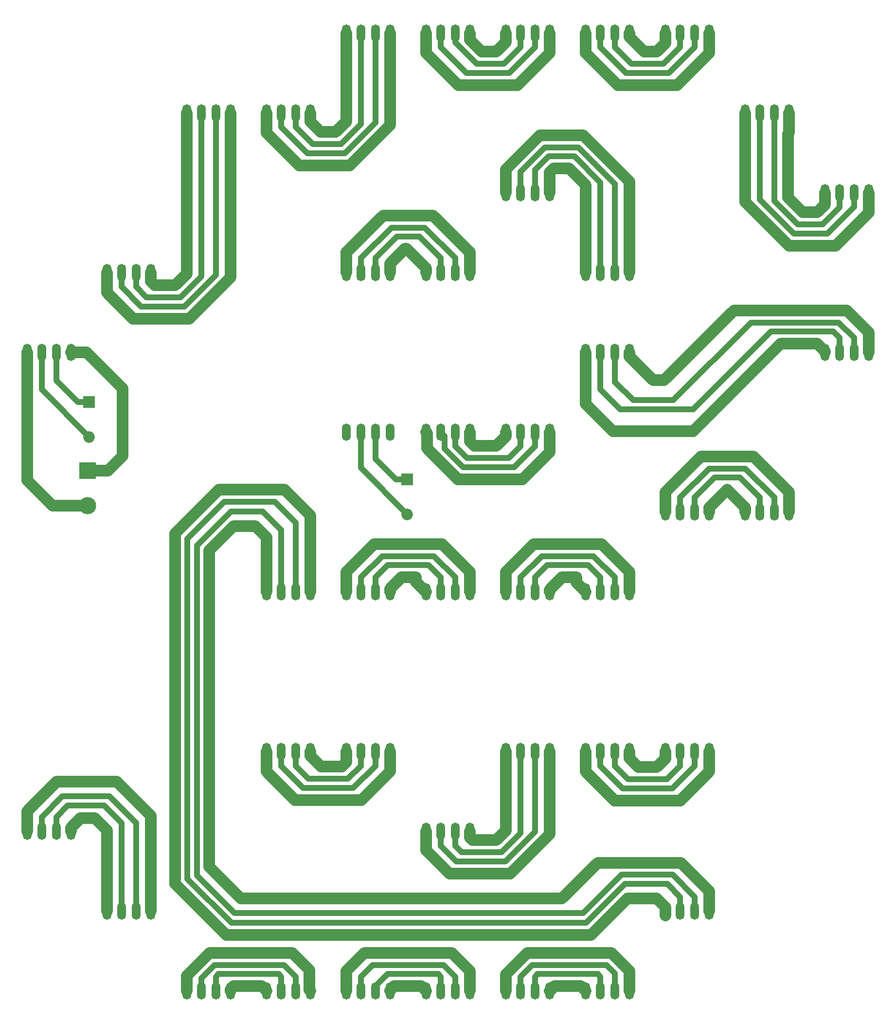
<source format=gbr>
G04 #@! TF.FileFunction,Copper,L2,Bot,Signal*
%FSLAX46Y46*%
G04 Gerber Fmt 4.6, Leading zero omitted, Abs format (unit mm)*
G04 Created by KiCad (PCBNEW 4.0.6) date Mon Jul 10 19:20:19 2017*
%MOMM*%
%LPD*%
G01*
G04 APERTURE LIST*
%ADD10C,0.100000*%
%ADD11O,1.524000X3.000000*%
%ADD12R,2.000000X2.000000*%
%ADD13O,2.000000X2.000000*%
%ADD14R,3.000000X3.000000*%
%ADD15O,3.000000X3.000000*%
%ADD16C,2.000000*%
%ADD17C,1.000000*%
G04 APERTURE END LIST*
D10*
D11*
X68014400Y-63961100D03*
X65474400Y-63961100D03*
X62934400Y-63961100D03*
X60394400Y-63961100D03*
X68014400Y-216738900D03*
X65474400Y-216738900D03*
X62934400Y-216738900D03*
X60394400Y-216738900D03*
X40236700Y-105627700D03*
X37696700Y-105627700D03*
X35156700Y-105627700D03*
X32616700Y-105627700D03*
X40236700Y-188961100D03*
X37696700Y-188961100D03*
X35156700Y-188961100D03*
X32616700Y-188961100D03*
X46505600Y-202850000D03*
X49045600Y-202850000D03*
X51585600Y-202850000D03*
X54125600Y-202850000D03*
X46505600Y-91738800D03*
X49045600Y-91738800D03*
X51585600Y-91738800D03*
X54125600Y-91738800D03*
X74283300Y-147294500D03*
X76823300Y-147294500D03*
X79363300Y-147294500D03*
X81903300Y-147294500D03*
X74283300Y-63961100D03*
X76823300Y-63961100D03*
X79363300Y-63961100D03*
X81903300Y-63961100D03*
X74283300Y-216738900D03*
X76823300Y-216738900D03*
X79363300Y-216738900D03*
X81903300Y-216738900D03*
X74283300Y-175072300D03*
X76823300Y-175072300D03*
X79363300Y-175072300D03*
X81903300Y-175072300D03*
X95792200Y-50072300D03*
X93252200Y-50072300D03*
X90712200Y-50072300D03*
X88172200Y-50072300D03*
X95792200Y-91738900D03*
X93252200Y-91738900D03*
X90712200Y-91738900D03*
X88172200Y-91738900D03*
X88172200Y-147294500D03*
X90712200Y-147294500D03*
X93252200Y-147294500D03*
X95792200Y-147294500D03*
X88172200Y-119516700D03*
X90712200Y-119516700D03*
X93252200Y-119516700D03*
X95792200Y-119516700D03*
X95792200Y-175072300D03*
X93252200Y-175072300D03*
X90712200Y-175072300D03*
X88172200Y-175072300D03*
X95792200Y-216738900D03*
X93252200Y-216738900D03*
X90712200Y-216738900D03*
X88172200Y-216738900D03*
X102061100Y-91738900D03*
X104601100Y-91738900D03*
X107141100Y-91738900D03*
X109681100Y-91738900D03*
X102061100Y-50072300D03*
X104601100Y-50072300D03*
X107141100Y-50072300D03*
X109681100Y-50072300D03*
X109681100Y-119516700D03*
X107141100Y-119516700D03*
X104601100Y-119516700D03*
X102061100Y-119516700D03*
X109681100Y-147294500D03*
X107141100Y-147294500D03*
X104601100Y-147294500D03*
X102061100Y-147294500D03*
X102061100Y-216738900D03*
X104601100Y-216738900D03*
X107141100Y-216738900D03*
X109681100Y-216738900D03*
X102061100Y-188961100D03*
X104601100Y-188961100D03*
X107141100Y-188961100D03*
X109681100Y-188961100D03*
X123570000Y-50072200D03*
X121030000Y-50072200D03*
X118490000Y-50072200D03*
X115950000Y-50072200D03*
X123570000Y-77850000D03*
X121030000Y-77850000D03*
X118490000Y-77850000D03*
X115950000Y-77850000D03*
X115950000Y-147294500D03*
X118490000Y-147294500D03*
X121030000Y-147294500D03*
X123570000Y-147294500D03*
X115950000Y-119516700D03*
X118490000Y-119516700D03*
X121030000Y-119516700D03*
X123570000Y-119516700D03*
X123570000Y-175072300D03*
X121030000Y-175072300D03*
X118490000Y-175072300D03*
X115950000Y-175072300D03*
X123570000Y-216738900D03*
X121030000Y-216738900D03*
X118490000Y-216738900D03*
X115950000Y-216738900D03*
X129838900Y-91738900D03*
X132378900Y-91738900D03*
X134918900Y-91738900D03*
X137458900Y-91738900D03*
X129838900Y-50072300D03*
X132378900Y-50072300D03*
X134918900Y-50072300D03*
X137458900Y-50072300D03*
X137458900Y-105627800D03*
X134918900Y-105627800D03*
X132378900Y-105627800D03*
X129838900Y-105627800D03*
X137458900Y-147294400D03*
X134918900Y-147294400D03*
X132378900Y-147294400D03*
X129838900Y-147294400D03*
X129838900Y-216738900D03*
X132378900Y-216738900D03*
X134918900Y-216738900D03*
X137458900Y-216738900D03*
X129838900Y-175072300D03*
X132378900Y-175072300D03*
X134918900Y-175072300D03*
X137458900Y-175072300D03*
X151347800Y-50072200D03*
X148807800Y-50072200D03*
X146267800Y-50072200D03*
X143727800Y-50072200D03*
X151347800Y-133405600D03*
X148807800Y-133405600D03*
X146267800Y-133405600D03*
X143727800Y-133405600D03*
X151347800Y-175072200D03*
X148807800Y-175072200D03*
X146267800Y-175072200D03*
X143727800Y-175072200D03*
X151347800Y-202850000D03*
X148807800Y-202850000D03*
X146267800Y-202850000D03*
X143727800Y-202850000D03*
X157616700Y-133405500D03*
X160156700Y-133405500D03*
X162696700Y-133405500D03*
X165236700Y-133405500D03*
X157616700Y-63961100D03*
X160156700Y-63961100D03*
X162696700Y-63961100D03*
X165236700Y-63961100D03*
X179125600Y-77850000D03*
X176585600Y-77850000D03*
X174045600Y-77850000D03*
X171505600Y-77850000D03*
X179125600Y-105627800D03*
X176585600Y-105627800D03*
X174045600Y-105627800D03*
X171505600Y-105627800D03*
D12*
X98806000Y-127762000D03*
D13*
X98806000Y-133794000D03*
D12*
X43434000Y-114300000D03*
D13*
X43434000Y-120332000D03*
D14*
X43180000Y-126238000D03*
D15*
X43180000Y-132270000D03*
D16*
X32616700Y-105627700D02*
X32616700Y-127866700D01*
X32616700Y-127866700D02*
X37020000Y-132270000D01*
X37020000Y-132270000D02*
X43180000Y-132270000D01*
X40236700Y-105627700D02*
X42998700Y-105627700D01*
X42998700Y-105627700D02*
X49276000Y-111905000D01*
X49276000Y-111905000D02*
X49276000Y-123642000D01*
X49276000Y-123642000D02*
X46680000Y-126238000D01*
X46680000Y-126238000D02*
X43180000Y-126238000D01*
D17*
X43434000Y-114300000D02*
X41434000Y-114300000D01*
X41434000Y-114300000D02*
X37696700Y-110562700D01*
X37696700Y-110562700D02*
X37696700Y-108127700D01*
X37696700Y-108127700D02*
X37696700Y-105627700D01*
X35156700Y-105627700D02*
X35156700Y-112054700D01*
X35156700Y-112054700D02*
X43434000Y-120332000D01*
X93252200Y-119516700D02*
X93252200Y-124208200D01*
X93252200Y-124208200D02*
X96806000Y-127762000D01*
X96806000Y-127762000D02*
X98806000Y-127762000D01*
X90712200Y-119516700D02*
X90712200Y-125700200D01*
X90712200Y-125700200D02*
X98806000Y-133794000D01*
D16*
X44450000Y-186690000D02*
X46505600Y-188745600D01*
X46505600Y-188745600D02*
X46505600Y-202850000D01*
X41910000Y-186690000D02*
X44450000Y-186690000D01*
X40236700Y-188363300D02*
X41910000Y-186690000D01*
X40236700Y-188961100D02*
X40236700Y-188363300D01*
D17*
X49045600Y-200350000D02*
X49045600Y-202850000D01*
X46050011Y-184480011D02*
X49045600Y-187475600D01*
X49045600Y-187475600D02*
X49045600Y-200350000D01*
X37696700Y-186461100D02*
X39677789Y-184480011D01*
X37696700Y-188961100D02*
X37696700Y-186461100D01*
X39677789Y-184480011D02*
X46050011Y-184480011D01*
X46990000Y-182880000D02*
X51585600Y-187475600D01*
X51585600Y-187475600D02*
X51585600Y-202850000D01*
X38737800Y-182880000D02*
X46990000Y-182880000D01*
X35156700Y-188961100D02*
X35156700Y-186461100D01*
X35156700Y-186461100D02*
X38737800Y-182880000D01*
D16*
X48260000Y-180340000D02*
X54125600Y-186205600D01*
X54125600Y-186205600D02*
X54125600Y-202850000D01*
X37737800Y-180340000D02*
X48260000Y-180340000D01*
X32616700Y-188961100D02*
X32616700Y-185461100D01*
X32616700Y-185461100D02*
X37737800Y-180340000D01*
X68014400Y-63961100D02*
X68014400Y-92588079D01*
X68014400Y-92588079D02*
X60822451Y-99780028D01*
X60822451Y-99780028D02*
X51046828Y-99780028D01*
X51046828Y-99780028D02*
X46505600Y-95238800D01*
X46505600Y-95238800D02*
X46505600Y-91738800D01*
D17*
X59952598Y-97680019D02*
X52486819Y-97680019D01*
X52486819Y-97680019D02*
X49045600Y-94238800D01*
X49045600Y-94238800D02*
X49045600Y-91738800D01*
X65474400Y-63961100D02*
X65474400Y-92158217D01*
X65474400Y-92158217D02*
X59952598Y-97680019D01*
X62934400Y-63961100D02*
X62934400Y-92435462D01*
X62934400Y-92435462D02*
X59289853Y-96080009D01*
X59289853Y-96080009D02*
X53426809Y-96080009D01*
X53426809Y-96080009D02*
X51585600Y-94238800D01*
X51585600Y-94238800D02*
X51585600Y-91738800D01*
D16*
X54125600Y-91738800D02*
X54125600Y-93277186D01*
X54125600Y-93277186D02*
X54828414Y-93980000D01*
X54828414Y-93980000D02*
X58420000Y-93980000D01*
X58420000Y-93980000D02*
X60394400Y-92005600D01*
X60394400Y-92005600D02*
X60394400Y-63961100D01*
X68014400Y-216738900D02*
X68014400Y-216465600D01*
X68014400Y-216465600D02*
X68580000Y-215900000D01*
X68580000Y-215900000D02*
X73444400Y-215900000D01*
X73444400Y-215900000D02*
X74283300Y-216738900D01*
D17*
X65474400Y-216738900D02*
X65474400Y-214238900D01*
X65474400Y-214238900D02*
X65913310Y-213799990D01*
X65913310Y-213799990D02*
X76384390Y-213799990D01*
X76384390Y-213799990D02*
X76823300Y-214238900D01*
X76823300Y-214238900D02*
X76823300Y-216738900D01*
X62934400Y-216738900D02*
X62934400Y-214516145D01*
X62934400Y-214516145D02*
X65250565Y-212199980D01*
X65250565Y-212199980D02*
X77324380Y-212199980D01*
X77324380Y-212199980D02*
X79363300Y-214238900D01*
X79363300Y-214238900D02*
X79363300Y-216738900D01*
D16*
X60394400Y-216738900D02*
X60394400Y-214086283D01*
X81725310Y-213060910D02*
X81725310Y-216560910D01*
X60394400Y-214086283D02*
X64380712Y-210099971D01*
X64380712Y-210099971D02*
X78764371Y-210099971D01*
X78764371Y-210099971D02*
X81725310Y-213060910D01*
X81725310Y-216560910D02*
X81903300Y-216738900D01*
X74283300Y-147294500D02*
X74283300Y-137783300D01*
X72390000Y-135890000D02*
X68580000Y-135890000D01*
X74283300Y-137783300D02*
X72390000Y-135890000D01*
X64330010Y-140139990D02*
X64330010Y-195140010D01*
X68580000Y-135890000D02*
X64330010Y-140139990D01*
X64330010Y-195140010D02*
X69850000Y-200660000D01*
X131970020Y-194419980D02*
X146417780Y-194419980D01*
X69850000Y-200660000D02*
X125730000Y-200660000D01*
X125730000Y-200660000D02*
X131970020Y-194419980D01*
X146417780Y-194419980D02*
X151347800Y-199350000D01*
X151347800Y-199350000D02*
X151347800Y-202850000D01*
D17*
X148807800Y-202850000D02*
X148807800Y-200350000D01*
X62230000Y-196697384D02*
X62230000Y-139270138D01*
X148807800Y-200350000D02*
X144977790Y-196519990D01*
X144977790Y-196519990D02*
X136067393Y-196519990D01*
X136067393Y-196519990D02*
X129387383Y-203200000D01*
X68732616Y-203200000D02*
X62230000Y-196697384D01*
X129387383Y-203200000D02*
X68732616Y-203200000D01*
X62230000Y-139270138D02*
X68150138Y-133350000D01*
X68150138Y-133350000D02*
X73660000Y-133350000D01*
X73660000Y-133350000D02*
X76823300Y-136513300D01*
X76823300Y-136513300D02*
X76823300Y-147294500D01*
X68580000Y-131640010D02*
X66909852Y-131640010D01*
X66909852Y-131640010D02*
X60520010Y-138029852D01*
X60520010Y-197250148D02*
X68179852Y-204909990D01*
X60520010Y-138029852D02*
X60520010Y-197250148D01*
X136730138Y-198120000D02*
X144037800Y-198120000D01*
X68179852Y-204909990D02*
X129940148Y-204909990D01*
X129940148Y-204909990D02*
X136730138Y-198120000D01*
X144037800Y-198120000D02*
X146267800Y-200350000D01*
X146267800Y-200350000D02*
X146267800Y-202850000D01*
X67749990Y-131640010D02*
X68580000Y-131640010D01*
X68580000Y-131640010D02*
X75760010Y-131640010D01*
X79363300Y-135243300D02*
X79363300Y-144794500D01*
X75760010Y-131640010D02*
X79363300Y-135243300D01*
X79363300Y-144794500D02*
X79363300Y-147294500D01*
D16*
X143727800Y-202850000D02*
X143727800Y-202147800D01*
X143727800Y-202147800D02*
X142240000Y-200660000D01*
X130810000Y-207010000D02*
X67310000Y-207010000D01*
X142240000Y-200660000D02*
X137160000Y-200660000D01*
X137160000Y-200660000D02*
X130810000Y-207010000D01*
X81903300Y-133973300D02*
X81903300Y-147294500D01*
X67310000Y-207010000D02*
X58420000Y-198120000D01*
X58420000Y-198120000D02*
X58420000Y-137160000D01*
X58420000Y-137160000D02*
X66040000Y-129540000D01*
X66040000Y-129540000D02*
X77470000Y-129540000D01*
X77470000Y-129540000D02*
X81903300Y-133973300D01*
X143727800Y-202850000D02*
X143727800Y-203588000D01*
X74283300Y-63961100D02*
X74283300Y-67461100D01*
X95792200Y-53572300D02*
X95792200Y-50072300D01*
X74283300Y-67461100D02*
X79932227Y-73110027D01*
X88762452Y-73110026D02*
X95792200Y-66080278D01*
X79932227Y-73110027D02*
X88762452Y-73110026D01*
X95792200Y-66080278D02*
X95792200Y-53572300D01*
D17*
X76823300Y-63961100D02*
X76823300Y-66461100D01*
X76823300Y-66461100D02*
X81372217Y-71010017D01*
X81372217Y-71010017D02*
X87892599Y-71010017D01*
X87892599Y-71010017D02*
X93252200Y-65650416D01*
X93252200Y-65650416D02*
X93252200Y-52572300D01*
X93252200Y-52572300D02*
X93252200Y-50072300D01*
X79363300Y-63961100D02*
X79363300Y-66461100D01*
X79363300Y-66461100D02*
X82312210Y-69410010D01*
X82312210Y-69410010D02*
X87229853Y-69410009D01*
X87229853Y-69410009D02*
X90712200Y-65927662D01*
X90712200Y-65927662D02*
X90712200Y-52572300D01*
X90712200Y-52572300D02*
X90712200Y-50072300D01*
D16*
X86360000Y-67310000D02*
X88172200Y-65497800D01*
X88172200Y-65497800D02*
X88172200Y-50072300D01*
X83713814Y-67310000D02*
X86360000Y-67310000D01*
X81903300Y-63961100D02*
X81903300Y-65499486D01*
X81903300Y-65499486D02*
X83713814Y-67310000D01*
X74283300Y-175072300D02*
X74283300Y-178572300D01*
X74283300Y-178572300D02*
X79238028Y-183527028D01*
X79238028Y-183527028D02*
X90837472Y-183527028D01*
X90837472Y-183527028D02*
X95792200Y-178572300D01*
X95792200Y-178572300D02*
X95792200Y-175072300D01*
D17*
X76823300Y-175072300D02*
X76823300Y-177572300D01*
X76823300Y-177572300D02*
X80678019Y-181427019D01*
X80678019Y-181427019D02*
X89397481Y-181427019D01*
X89397481Y-181427019D02*
X93252200Y-177572300D01*
X93252200Y-177572300D02*
X93252200Y-175072300D01*
X90712200Y-177572300D02*
X90712200Y-175072300D01*
X79363300Y-175072300D02*
X79363300Y-177572300D01*
X79363300Y-177572300D02*
X81618009Y-179827009D01*
X81618009Y-179827009D02*
X88457491Y-179827009D01*
X88457491Y-179827009D02*
X90712200Y-177572300D01*
D16*
X83820000Y-177727000D02*
X87411866Y-177727000D01*
X87411866Y-177727000D02*
X88172200Y-176966666D01*
X88172200Y-176966666D02*
X88172200Y-175072300D01*
X81903300Y-175072300D02*
X81903300Y-175810300D01*
X81903300Y-175810300D02*
X83820000Y-177727000D01*
X98690200Y-87630000D02*
X102061100Y-91000900D01*
X102061100Y-91000900D02*
X102061100Y-91738900D01*
X98362714Y-87630000D02*
X98690200Y-87630000D01*
X95792200Y-91738900D02*
X95792200Y-90200514D01*
X95792200Y-90200514D02*
X98362714Y-87630000D01*
D17*
X93252200Y-91738900D02*
X93252200Y-89238900D01*
X93252200Y-89238900D02*
X96961109Y-85529991D01*
X96961109Y-85529991D02*
X100892191Y-85529991D01*
X100892191Y-85529991D02*
X104601100Y-89238900D01*
X104601100Y-89238900D02*
X104601100Y-91738900D01*
X90712200Y-91738900D02*
X90712200Y-89238900D01*
X90712200Y-89238900D02*
X96021119Y-83929981D01*
X96021119Y-83929981D02*
X101832181Y-83929981D01*
X101832181Y-83929981D02*
X107141100Y-89238900D01*
X107141100Y-89238900D02*
X107141100Y-91738900D01*
D16*
X88172200Y-91738900D02*
X88172200Y-88238900D01*
X88172200Y-88238900D02*
X94581128Y-81829972D01*
X103272172Y-81829972D02*
X109681100Y-88238900D01*
X94581128Y-81829972D02*
X103272172Y-81829972D01*
X109681100Y-88238900D02*
X109681100Y-91738900D01*
X88172200Y-147294500D02*
X88172200Y-143794500D01*
X88172200Y-143794500D02*
X92986729Y-138979971D01*
X92986729Y-138979971D02*
X104866571Y-138979971D01*
X104866571Y-138979971D02*
X109681100Y-143794500D01*
X109681100Y-143794500D02*
X109681100Y-147294500D01*
D17*
X90712200Y-147294500D02*
X90712200Y-144794500D01*
X90712200Y-144794500D02*
X94426720Y-141079980D01*
X94426720Y-141079980D02*
X103426580Y-141079980D01*
X103426580Y-141079980D02*
X107141100Y-144794500D01*
X107141100Y-144794500D02*
X107141100Y-147294500D01*
X93252200Y-147294500D02*
X93252200Y-144794500D01*
X93252200Y-144794500D02*
X95366710Y-142679990D01*
X95366710Y-142679990D02*
X102486590Y-142679990D01*
X102486590Y-142679990D02*
X104601100Y-144794500D01*
X104601100Y-144794500D02*
X104601100Y-147294500D01*
D16*
X100330000Y-144780000D02*
X100330000Y-145563400D01*
X100330000Y-145563400D02*
X102061100Y-147294500D01*
X97790000Y-144780000D02*
X100330000Y-144780000D01*
X95792200Y-146777800D02*
X97790000Y-144780000D01*
X95792200Y-147294500D02*
X95792200Y-146777800D01*
X95792200Y-216738900D02*
X95792200Y-216627800D01*
X95792200Y-216627800D02*
X96520000Y-215900000D01*
X96520000Y-215900000D02*
X101222200Y-215900000D01*
X101222200Y-215900000D02*
X102061100Y-216738900D01*
D17*
X93252200Y-216738900D02*
X93252200Y-215907621D01*
X93252200Y-215907621D02*
X95359831Y-213799990D01*
X95359831Y-213799990D02*
X104162190Y-213799990D01*
X104162190Y-213799990D02*
X104601100Y-214238900D01*
X104601100Y-214238900D02*
X104601100Y-216738900D01*
X90712200Y-216738900D02*
X90712200Y-214238900D01*
X90712200Y-214238900D02*
X92751120Y-212199980D01*
X92751120Y-212199980D02*
X105102180Y-212199980D01*
X105102180Y-212199980D02*
X107141100Y-214238900D01*
X107141100Y-214238900D02*
X107141100Y-216738900D01*
D16*
X88172200Y-216738900D02*
X88172200Y-213238900D01*
X88172200Y-213238900D02*
X91311129Y-210099971D01*
X91311129Y-210099971D02*
X106542171Y-210099971D01*
X106542171Y-210099971D02*
X109681100Y-213238900D01*
X109681100Y-213238900D02*
X109681100Y-216738900D01*
X102061100Y-50072300D02*
X102061100Y-53572300D01*
X102061100Y-53572300D02*
X107628828Y-59140028D01*
X107628828Y-59140028D02*
X118002172Y-59140028D01*
X118002172Y-59140028D02*
X123570000Y-53572200D01*
X123570000Y-53572200D02*
X123570000Y-50072200D01*
D17*
X104601100Y-50072300D02*
X104601100Y-52572300D01*
X104601100Y-52572300D02*
X109068819Y-57040019D01*
X109068819Y-57040019D02*
X116562181Y-57040019D01*
X116562181Y-57040019D02*
X121030000Y-52572200D01*
X121030000Y-52572200D02*
X121030000Y-50072200D01*
X107141100Y-50072300D02*
X107141100Y-51690962D01*
X107141100Y-51690962D02*
X110890147Y-55440009D01*
X110890147Y-55440009D02*
X115622191Y-55440009D01*
X115622191Y-55440009D02*
X118490000Y-52572200D01*
X118490000Y-52572200D02*
X118490000Y-50072200D01*
D16*
X114300000Y-53340000D02*
X115950000Y-51690000D01*
X115950000Y-51690000D02*
X115950000Y-50072200D01*
X111760000Y-53340000D02*
X114300000Y-53340000D01*
X109681100Y-51261100D02*
X111760000Y-53340000D01*
X109681100Y-50072300D02*
X109681100Y-51261100D01*
X114300000Y-121920000D02*
X110490000Y-121920000D01*
X110490000Y-121920000D02*
X109681100Y-121111100D01*
X109681100Y-121111100D02*
X109681100Y-119516700D01*
X115950000Y-120270000D02*
X114300000Y-121920000D01*
X115950000Y-119516700D02*
X115950000Y-120270000D01*
D17*
X118490000Y-119516700D02*
X118490000Y-122016700D01*
X118490000Y-122016700D02*
X116486691Y-124020009D01*
X116486691Y-124020009D02*
X109144409Y-124020009D01*
X109144409Y-124020009D02*
X107141100Y-122016700D01*
X107141100Y-122016700D02*
X107141100Y-119516700D01*
X121030000Y-119516700D02*
X121030000Y-122016700D01*
X117426681Y-125620019D02*
X108481665Y-125620019D01*
X105279090Y-120194690D02*
X104601100Y-119516700D01*
X121030000Y-122016700D02*
X117426681Y-125620019D01*
X105279090Y-122417444D02*
X105279090Y-120194690D01*
X108481665Y-125620019D02*
X105279090Y-122417444D01*
D16*
X123570000Y-119516700D02*
X123570000Y-123016700D01*
X123570000Y-123016700D02*
X118866672Y-127720028D01*
X118866672Y-127720028D02*
X107611812Y-127720028D01*
X107611812Y-127720028D02*
X102239090Y-122347306D01*
X102239090Y-122347306D02*
X102239090Y-119694690D01*
X102239090Y-119694690D02*
X102061100Y-119516700D01*
X102061100Y-188961100D02*
X102061100Y-192231100D01*
X102061100Y-192231100D02*
X106130027Y-196300027D01*
X116702452Y-196300026D02*
X123570000Y-189432478D01*
X106130027Y-196300027D02*
X116702452Y-196300026D01*
X123570000Y-189432478D02*
X123570000Y-178572300D01*
X123570000Y-178572300D02*
X123570000Y-175072300D01*
D17*
X104601100Y-188961100D02*
X104601100Y-191461100D01*
X104601100Y-191461100D02*
X107340017Y-194200017D01*
X107340017Y-194200017D02*
X115832599Y-194200017D01*
X115832599Y-194200017D02*
X121030000Y-189002616D01*
X121030000Y-189002616D02*
X121030000Y-177572300D01*
X121030000Y-177572300D02*
X121030000Y-175072300D01*
X107141100Y-188961100D02*
X107141100Y-191461100D01*
X107141100Y-191461100D02*
X108280010Y-192600010D01*
X118490000Y-189279862D02*
X118490000Y-177572300D01*
X108280010Y-192600010D02*
X115169853Y-192600009D01*
X115169853Y-192600009D02*
X118490000Y-189279862D01*
X118490000Y-177572300D02*
X118490000Y-175072300D01*
D16*
X114300000Y-190500000D02*
X115950000Y-188850000D01*
X115950000Y-188850000D02*
X115950000Y-175072300D01*
X110142200Y-190500000D02*
X114300000Y-190500000D01*
X109681100Y-188961100D02*
X109681100Y-190038900D01*
X109681100Y-190038900D02*
X110142200Y-190500000D01*
X127000000Y-73660000D02*
X129838900Y-76498900D01*
X129838900Y-76498900D02*
X129838900Y-91738900D01*
X124260000Y-73660000D02*
X127000000Y-73660000D01*
X123570000Y-77850000D02*
X123570000Y-74350000D01*
X123570000Y-74350000D02*
X124260000Y-73660000D01*
D17*
X121030000Y-77850000D02*
X121030000Y-73920138D01*
X121030000Y-73920138D02*
X123390148Y-71559990D01*
X132378900Y-76069038D02*
X132378900Y-89238900D01*
X123390148Y-71559990D02*
X127869853Y-71559991D01*
X127869853Y-71559991D02*
X132378900Y-76069038D01*
X132378900Y-89238900D02*
X132378900Y-91738900D01*
X118490000Y-77850000D02*
X118490000Y-74197384D01*
X118490000Y-74197384D02*
X122727404Y-69959981D01*
X122727404Y-69959981D02*
X128532599Y-69959983D01*
X128532599Y-69959983D02*
X134918900Y-76346284D01*
X134918900Y-76346284D02*
X134918900Y-89238900D01*
X134918900Y-89238900D02*
X134918900Y-91738900D01*
D16*
X115950000Y-77850000D02*
X115950000Y-73767523D01*
X115950000Y-73767523D02*
X121857553Y-67859972D01*
X137458900Y-88238900D02*
X137458900Y-91738900D01*
X121857553Y-67859972D02*
X129402452Y-67859974D01*
X129402452Y-67859974D02*
X137458900Y-75916422D01*
X137458900Y-75916422D02*
X137458900Y-88238900D01*
X115950000Y-147294500D02*
X115950000Y-143794500D01*
X115950000Y-143794500D02*
X120764529Y-138979971D01*
X120764529Y-138979971D02*
X132644471Y-138979971D01*
X132644471Y-138979971D02*
X137458900Y-143794400D01*
X137458900Y-143794400D02*
X137458900Y-147294400D01*
D17*
X118490000Y-147294500D02*
X118490000Y-144794500D01*
X118490000Y-144794500D02*
X122204520Y-141079980D01*
X122204520Y-141079980D02*
X131204480Y-141079980D01*
X134918900Y-144794400D02*
X134918900Y-147294400D01*
X131204480Y-141079980D02*
X134918900Y-144794400D01*
X121030000Y-147294500D02*
X121030000Y-144794500D01*
X121030000Y-144794500D02*
X123144510Y-142679990D01*
X123144510Y-142679990D02*
X130264490Y-142679990D01*
X130264490Y-142679990D02*
X132378900Y-144794400D01*
X132378900Y-144794400D02*
X132378900Y-147294400D01*
D16*
X128270000Y-144780000D02*
X128270000Y-145725500D01*
X128270000Y-145725500D02*
X129838900Y-147294400D01*
X125730000Y-144780000D02*
X128270000Y-144780000D01*
X123570000Y-146940000D02*
X125730000Y-144780000D01*
X123570000Y-147294500D02*
X123570000Y-146940000D01*
X123570000Y-216738900D02*
X123621100Y-216738900D01*
X123621100Y-216738900D02*
X124460000Y-215900000D01*
X124460000Y-215900000D02*
X129000000Y-215900000D01*
X129000000Y-215900000D02*
X129838900Y-216738900D01*
D17*
X121030000Y-216738900D02*
X121030000Y-214238900D01*
X121030000Y-214238900D02*
X121468910Y-213799990D01*
X121468910Y-213799990D02*
X131939990Y-213799990D01*
X131939990Y-213799990D02*
X132378900Y-214238900D01*
X132378900Y-214238900D02*
X132378900Y-216738900D01*
X118490000Y-216738900D02*
X118490000Y-214238900D01*
X118490000Y-214238900D02*
X120528920Y-212199980D01*
X120528920Y-212199980D02*
X133459980Y-212199980D01*
X133459980Y-212199980D02*
X134918900Y-213658900D01*
X134918900Y-213658900D02*
X134918900Y-214238900D01*
X134918900Y-214238900D02*
X134918900Y-216738900D01*
D16*
X115950000Y-216738900D02*
X115950000Y-213809038D01*
X119659068Y-210099970D02*
X134329833Y-210099971D01*
X134329833Y-210099971D02*
X137458900Y-213229038D01*
X115950000Y-213809038D02*
X119659068Y-210099970D01*
X137458900Y-213229038D02*
X137458900Y-213238900D01*
X137458900Y-213238900D02*
X137458900Y-216738900D01*
X129838900Y-50072300D02*
X129838900Y-53572300D01*
X129838900Y-53572300D02*
X135406628Y-59140028D01*
X135406628Y-59140028D02*
X145779972Y-59140028D01*
X145779972Y-59140028D02*
X151347800Y-53572200D01*
X151347800Y-53572200D02*
X151347800Y-50072200D01*
D17*
X132378900Y-50072300D02*
X132378900Y-52572300D01*
X132378900Y-52572300D02*
X136846619Y-57040019D01*
X136846619Y-57040019D02*
X144339981Y-57040019D01*
X144339981Y-57040019D02*
X148807800Y-52572200D01*
X148807800Y-52572200D02*
X148807800Y-50072200D01*
X134918900Y-50072300D02*
X134918900Y-52572300D01*
X134918900Y-52572300D02*
X137786609Y-55440009D01*
X137786609Y-55440009D02*
X143399991Y-55440009D01*
X143399991Y-55440009D02*
X146267800Y-52572200D01*
X146267800Y-52572200D02*
X146267800Y-50072200D01*
D16*
X142240000Y-53340000D02*
X143727800Y-51852200D01*
X143727800Y-51852200D02*
X143727800Y-50072200D01*
X139988600Y-53340000D02*
X142240000Y-53340000D01*
X137458900Y-50072300D02*
X137458900Y-50810300D01*
X137458900Y-50810300D02*
X139988600Y-53340000D01*
X175337771Y-98339971D02*
X155660029Y-98339971D01*
X179125600Y-105627800D02*
X179125600Y-102127800D01*
X155660029Y-98339971D02*
X143510000Y-110490000D01*
X137458900Y-106365800D02*
X137458900Y-105627800D01*
X179125600Y-102127800D02*
X175337771Y-98339971D01*
X141583100Y-110490000D02*
X137458900Y-106365800D01*
X143510000Y-110490000D02*
X141583100Y-110490000D01*
D17*
X176585600Y-105627800D02*
X176585600Y-103127800D01*
X173897781Y-100439981D02*
X158640019Y-100439981D01*
X134918900Y-108127800D02*
X134918900Y-105627800D01*
X176585600Y-103127800D02*
X173897781Y-100439981D01*
X134918900Y-110788900D02*
X134918900Y-108127800D01*
X158640019Y-100439981D02*
X145110010Y-113969990D01*
X145110010Y-113969990D02*
X138099990Y-113969990D01*
X138099990Y-113969990D02*
X134918900Y-110788900D01*
X135890000Y-115570000D02*
X132378900Y-112058900D01*
X132378900Y-112058900D02*
X132378900Y-105627800D01*
X148590000Y-115570000D02*
X135890000Y-115570000D01*
X162120009Y-102039991D02*
X148590000Y-115570000D01*
X174045600Y-105627800D02*
X174045600Y-103127800D01*
X174045600Y-103127800D02*
X172957791Y-102039991D01*
X172957791Y-102039991D02*
X162120009Y-102039991D01*
D16*
X134620000Y-119380000D02*
X129838900Y-114598900D01*
X129838900Y-114598900D02*
X129838900Y-109127800D01*
X129838900Y-109127800D02*
X129838900Y-105627800D01*
X148590000Y-119380000D02*
X134620000Y-119380000D01*
X163830000Y-104140000D02*
X148590000Y-119380000D01*
X170180000Y-104140000D02*
X163830000Y-104140000D01*
X171505600Y-105465600D02*
X170180000Y-104140000D01*
X171505600Y-105627800D02*
X171505600Y-105465600D01*
X129838900Y-175072300D02*
X129838900Y-178572300D01*
X129838900Y-178572300D02*
X134866629Y-183600029D01*
X134866629Y-183600029D02*
X146319971Y-183600029D01*
X146319971Y-183600029D02*
X151347800Y-178572200D01*
X151347800Y-178572200D02*
X151347800Y-175072200D01*
D17*
X132378900Y-175072300D02*
X132378900Y-177572300D01*
X132378900Y-177572300D02*
X136306620Y-181500020D01*
X136306620Y-181500020D02*
X144879980Y-181500020D01*
X148807800Y-177572200D02*
X148807800Y-175072200D01*
X144879980Y-181500020D02*
X148807800Y-177572200D01*
X134918900Y-175072300D02*
X134918900Y-177572300D01*
X134918900Y-177572300D02*
X137246610Y-179900010D01*
X137246610Y-179900010D02*
X143939990Y-179900010D01*
X143939990Y-179900010D02*
X146267800Y-177572200D01*
X146267800Y-177572200D02*
X146267800Y-175072200D01*
D16*
X137458900Y-175072300D02*
X137458900Y-176231100D01*
X137458900Y-176231100D02*
X139027800Y-177800000D01*
X139027800Y-177800000D02*
X142240000Y-177800000D01*
X142240000Y-177800000D02*
X143727800Y-176312200D01*
X143727800Y-176312200D02*
X143727800Y-175072200D01*
X154475400Y-129540000D02*
X154489200Y-129540000D01*
X154489200Y-129540000D02*
X157616700Y-132667500D01*
X157616700Y-132667500D02*
X157616700Y-133405500D01*
X151347800Y-133405600D02*
X151347800Y-132667600D01*
X151347800Y-132667600D02*
X154475400Y-129540000D01*
D17*
X148807800Y-133405600D02*
X148807800Y-130905600D01*
X160156700Y-130905500D02*
X160156700Y-133405500D01*
X148807800Y-130905600D02*
X152273410Y-127439990D01*
X156691190Y-127439990D02*
X160156700Y-130905500D01*
X152273410Y-127439990D02*
X156691190Y-127439990D01*
X146267800Y-133405600D02*
X146267800Y-130905600D01*
X146267800Y-130905600D02*
X151333420Y-125839980D01*
X151333420Y-125839980D02*
X157631180Y-125839980D01*
X157631180Y-125839980D02*
X162696700Y-130905500D01*
X162696700Y-130905500D02*
X162696700Y-133405500D01*
D16*
X143727800Y-133405600D02*
X143727800Y-129905600D01*
X143727800Y-129905600D02*
X149893429Y-123739971D01*
X149893429Y-123739971D02*
X159071171Y-123739971D01*
X159071171Y-123739971D02*
X165236700Y-129905500D01*
X165236700Y-129905500D02*
X165236700Y-133405500D01*
X157616700Y-63961100D02*
X157616700Y-79459177D01*
X157616700Y-79459177D02*
X165237549Y-87080026D01*
X165237549Y-87080026D02*
X173395574Y-87080026D01*
X173395574Y-87080026D02*
X179125600Y-81350000D01*
X179125600Y-81350000D02*
X179125600Y-77850000D01*
D17*
X160156700Y-63961100D02*
X160156700Y-79029316D01*
X160156700Y-79029316D02*
X166107402Y-84980017D01*
X166107402Y-84980017D02*
X171955583Y-84980017D01*
X171955583Y-84980017D02*
X176585600Y-80350000D01*
X176585600Y-80350000D02*
X176585600Y-77850000D01*
X162696700Y-63961100D02*
X162696700Y-79306562D01*
X174045600Y-80384262D02*
X174045600Y-80350000D01*
X162696700Y-79306562D02*
X166770148Y-83380010D01*
X166770148Y-83380010D02*
X171049853Y-83380009D01*
X171049853Y-83380009D02*
X174045600Y-80384262D01*
X174045600Y-80350000D02*
X174045600Y-77850000D01*
D16*
X170180000Y-81280000D02*
X171505600Y-79954400D01*
X171505600Y-79954400D02*
X171505600Y-77850000D01*
X167640000Y-81280000D02*
X170180000Y-81280000D01*
X165100000Y-78740000D02*
X167640000Y-81280000D01*
X165100000Y-67597800D02*
X165100000Y-78740000D01*
X165236700Y-63961100D02*
X165236700Y-67461100D01*
X165236700Y-67461100D02*
X165100000Y-67597800D01*
M02*

</source>
